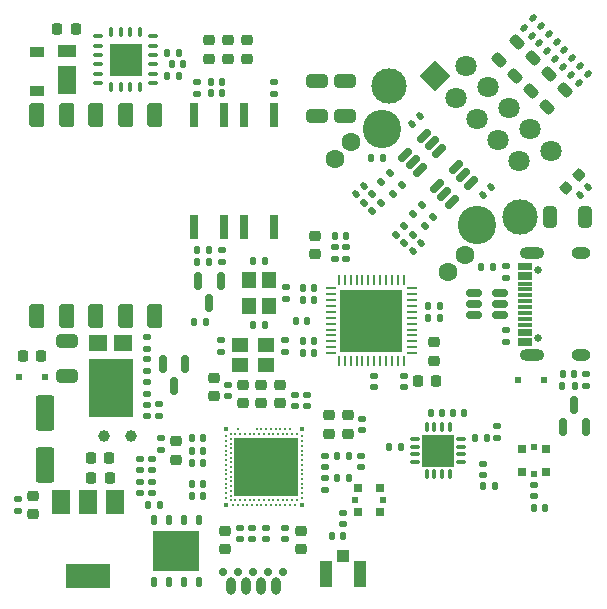
<source format=gbr>
%TF.GenerationSoftware,KiCad,Pcbnew,(6.0.9)*%
%TF.CreationDate,2022-11-20T21:59:21+01:00*%
%TF.ProjectId,repeat-hw,72657065-6174-42d6-9877-2e6b69636164,rev?*%
%TF.SameCoordinates,Original*%
%TF.FileFunction,Soldermask,Top*%
%TF.FilePolarity,Negative*%
%FSLAX46Y46*%
G04 Gerber Fmt 4.6, Leading zero omitted, Abs format (unit mm)*
G04 Created by KiCad (PCBNEW (6.0.9)) date 2022-11-20 21:59:21*
%MOMM*%
%LPD*%
G01*
G04 APERTURE LIST*
G04 Aperture macros list*
%AMRoundRect*
0 Rectangle with rounded corners*
0 $1 Rounding radius*
0 $2 $3 $4 $5 $6 $7 $8 $9 X,Y pos of 4 corners*
0 Add a 4 corners polygon primitive as box body*
4,1,4,$2,$3,$4,$5,$6,$7,$8,$9,$2,$3,0*
0 Add four circle primitives for the rounded corners*
1,1,$1+$1,$2,$3*
1,1,$1+$1,$4,$5*
1,1,$1+$1,$6,$7*
1,1,$1+$1,$8,$9*
0 Add four rect primitives between the rounded corners*
20,1,$1+$1,$2,$3,$4,$5,0*
20,1,$1+$1,$4,$5,$6,$7,0*
20,1,$1+$1,$6,$7,$8,$9,0*
20,1,$1+$1,$8,$9,$2,$3,0*%
%AMRotRect*
0 Rectangle, with rotation*
0 The origin of the aperture is its center*
0 $1 length*
0 $2 width*
0 $3 Rotation angle, in degrees counterclockwise*
0 Add horizontal line*
21,1,$1,$2,0,0,$3*%
G04 Aperture macros list end*
%ADD10C,1.000000*%
%ADD11RoundRect,0.225000X0.250000X-0.225000X0.250000X0.225000X-0.250000X0.225000X-0.250000X-0.225000X0*%
%ADD12RoundRect,0.135000X0.185000X-0.135000X0.185000X0.135000X-0.185000X0.135000X-0.185000X-0.135000X0*%
%ADD13R,1.500000X2.400000*%
%ADD14R,1.500000X1.050000*%
%ADD15RoundRect,0.135000X0.035355X-0.226274X0.226274X-0.035355X-0.035355X0.226274X-0.226274X0.035355X0*%
%ADD16RoundRect,0.140000X-0.219203X-0.021213X-0.021213X-0.219203X0.219203X0.021213X0.021213X0.219203X0*%
%ADD17RoundRect,0.140000X0.140000X0.170000X-0.140000X0.170000X-0.140000X-0.170000X0.140000X-0.170000X0*%
%ADD18RoundRect,0.135000X-0.035355X0.226274X-0.226274X0.035355X0.035355X-0.226274X0.226274X-0.035355X0*%
%ADD19RoundRect,0.150000X-0.256326X-0.468458X0.468458X0.256326X0.256326X0.468458X-0.468458X-0.256326X0*%
%ADD20RoundRect,0.218750X-0.114905X0.424264X-0.424264X0.114905X0.114905X-0.424264X0.424264X-0.114905X0*%
%ADD21RoundRect,0.140000X-0.170000X0.140000X-0.170000X-0.140000X0.170000X-0.140000X0.170000X0.140000X0*%
%ADD22RoundRect,0.140000X-0.140000X-0.170000X0.140000X-0.170000X0.140000X0.170000X-0.140000X0.170000X0*%
%ADD23RoundRect,0.135000X-0.135000X-0.185000X0.135000X-0.185000X0.135000X0.185000X-0.135000X0.185000X0*%
%ADD24RoundRect,0.225000X-0.250000X0.225000X-0.250000X-0.225000X0.250000X-0.225000X0.250000X0.225000X0*%
%ADD25RoundRect,0.250000X0.650000X-0.325000X0.650000X0.325000X-0.650000X0.325000X-0.650000X-0.325000X0*%
%ADD26RoundRect,0.225000X-0.225000X-0.250000X0.225000X-0.250000X0.225000X0.250000X-0.225000X0.250000X0*%
%ADD27RoundRect,0.140000X0.170000X-0.140000X0.170000X0.140000X-0.170000X0.140000X-0.170000X-0.140000X0*%
%ADD28R,1.200000X0.900000*%
%ADD29C,0.400000*%
%ADD30C,0.200000*%
%ADD31R,5.400000X5.000000*%
%ADD32R,0.640000X2.000000*%
%ADD33RoundRect,0.135000X-0.185000X0.135000X-0.185000X-0.135000X0.185000X-0.135000X0.185000X0.135000X0*%
%ADD34RoundRect,0.150000X-0.150000X0.587500X-0.150000X-0.587500X0.150000X-0.587500X0.150000X0.587500X0*%
%ADD35RoundRect,0.140000X0.219203X0.021213X0.021213X0.219203X-0.219203X-0.021213X-0.021213X-0.219203X0*%
%ADD36R,0.500000X0.500000*%
%ADD37C,0.650000*%
%ADD38R,1.150000X0.300000*%
%ADD39O,2.100000X1.000000*%
%ADD40O,1.600000X1.000000*%
%ADD41RoundRect,0.062500X-0.062500X0.337500X-0.062500X-0.337500X0.062500X-0.337500X0.062500X0.337500X0*%
%ADD42RoundRect,0.062500X-0.337500X0.062500X-0.337500X-0.062500X0.337500X-0.062500X0.337500X0.062500X0*%
%ADD43R,5.300000X5.300000*%
%ADD44RoundRect,0.218750X0.256250X-0.218750X0.256250X0.218750X-0.256250X0.218750X-0.256250X-0.218750X0*%
%ADD45O,0.300000X0.950000*%
%ADD46O,0.950000X0.300000*%
%ADD47R,2.750000X2.750000*%
%ADD48C,0.700000*%
%ADD49O,0.800000X1.500000*%
%ADD50RoundRect,0.250000X-0.550000X1.250000X-0.550000X-1.250000X0.550000X-1.250000X0.550000X1.250000X0*%
%ADD51RoundRect,0.135000X0.135000X0.185000X-0.135000X0.185000X-0.135000X-0.185000X0.135000X-0.185000X0*%
%ADD52R,1.000000X1.050000*%
%ADD53R,1.050000X2.200000*%
%ADD54RoundRect,0.225000X0.017678X-0.335876X0.335876X-0.017678X-0.017678X0.335876X-0.335876X0.017678X0*%
%ADD55RoundRect,0.250000X0.325000X0.650000X-0.325000X0.650000X-0.325000X-0.650000X0.325000X-0.650000X0*%
%ADD56RoundRect,0.125000X0.125000X-0.262500X0.125000X0.262500X-0.125000X0.262500X-0.125000X-0.262500X0*%
%ADD57R,4.000000X3.400000*%
%ADD58RoundRect,0.127000X-0.508000X0.888000X-0.508000X-0.888000X0.508000X-0.888000X0.508000X0.888000X0*%
%ADD59RoundRect,0.140000X-0.021213X0.219203X-0.219203X0.021213X0.021213X-0.219203X0.219203X-0.021213X0*%
%ADD60R,1.400000X1.200000*%
%ADD61R,1.500000X2.000000*%
%ADD62R,3.800000X2.000000*%
%ADD63R,1.600000X1.440000*%
%ADD64R,3.800000X4.960000*%
%ADD65RoundRect,0.150000X0.150000X-0.587500X0.150000X0.587500X-0.150000X0.587500X-0.150000X-0.587500X0*%
%ADD66R,1.200000X1.400000*%
%ADD67R,0.580000X0.500000*%
%ADD68R,0.800000X0.750000*%
%ADD69RoundRect,0.150000X-0.512500X-0.150000X0.512500X-0.150000X0.512500X0.150000X-0.512500X0.150000X0*%
%ADD70R,0.500000X0.580000*%
%ADD71R,0.750000X0.800000*%
%ADD72RoundRect,0.075000X0.337500X0.075000X-0.337500X0.075000X-0.337500X-0.075000X0.337500X-0.075000X0*%
%ADD73RoundRect,0.075000X0.075000X0.337500X-0.075000X0.337500X-0.075000X-0.337500X0.075000X-0.337500X0*%
%ADD74R,2.700000X2.700000*%
%ADD75RoundRect,0.140000X0.021213X-0.219203X0.219203X-0.021213X-0.021213X0.219203X-0.219203X0.021213X0*%
%ADD76C,3.250000*%
%ADD77RotRect,1.800000X1.800000X135.000000*%
%ADD78C,1.800000*%
%ADD79C,1.600000*%
%ADD80C,3.000000*%
G04 APERTURE END LIST*
D10*
%TO.C,TP4*%
X139000000Y-115750000D03*
%TD*%
%TO.C,TP3*%
X141250000Y-115750000D03*
%TD*%
D11*
%TO.C,C46*%
X156800000Y-100375000D03*
X156800000Y-98825000D03*
%TD*%
D12*
%TO.C,R21*%
X142600000Y-112210000D03*
X142600000Y-111190000D03*
%TD*%
D13*
%TO.C,D6*%
X135800000Y-85580000D03*
D14*
X135800000Y-83205000D03*
%TD*%
D12*
%TO.C,R8*%
X143650000Y-114060000D03*
X143650000Y-113040000D03*
%TD*%
D15*
%TO.C,R18*%
X160971466Y-96021427D03*
X161692714Y-95300179D03*
%TD*%
D16*
%TO.C,C49*%
X178523940Y-85214752D03*
X179202762Y-85893574D03*
%TD*%
D17*
%TO.C,C25*%
X152580000Y-106360000D03*
X151620000Y-106360000D03*
%TD*%
D18*
%TO.C,R29*%
X165877638Y-96232412D03*
X165156390Y-96953660D03*
%TD*%
D19*
%TO.C,U11*%
X167123915Y-94632583D03*
X167795666Y-95304334D03*
X168467417Y-95976085D03*
X170076085Y-94367417D03*
X169404334Y-93695666D03*
X168732583Y-93023915D03*
%TD*%
D20*
%TO.C,FB4*%
X175301301Y-83742202D03*
X173798699Y-85244804D03*
%TD*%
D21*
%TO.C,C17*%
X150500000Y-123520000D03*
X150500000Y-124480000D03*
%TD*%
D22*
%TO.C,C81*%
X142720000Y-121600000D03*
X143680000Y-121600000D03*
%TD*%
D23*
%TO.C,R25*%
X161590000Y-92200000D03*
X162610000Y-92200000D03*
%TD*%
D24*
%TO.C,C57*%
X133000000Y-120825000D03*
X133000000Y-122375000D03*
%TD*%
D23*
%TO.C,R10*%
X146620000Y-106100000D03*
X147640000Y-106100000D03*
%TD*%
D11*
%TO.C,C33*%
X149460000Y-83815000D03*
X149460000Y-82265000D03*
%TD*%
D25*
%TO.C,C27*%
X135800000Y-110695000D03*
X135800000Y-107745000D03*
%TD*%
D26*
%TO.C,C70*%
X137875000Y-117600000D03*
X139425000Y-117600000D03*
%TD*%
D17*
%TO.C,C22*%
X147380000Y-119800000D03*
X146420000Y-119800000D03*
%TD*%
D27*
%TO.C,C83*%
X156150000Y-113230000D03*
X156150000Y-112270000D03*
%TD*%
D17*
%TO.C,C15*%
X147380000Y-115925000D03*
X146420000Y-115925000D03*
%TD*%
D28*
%TO.C,D5*%
X133300000Y-86530000D03*
X133300000Y-83230000D03*
%TD*%
D21*
%TO.C,C20*%
X152700000Y-123520000D03*
X152700000Y-124480000D03*
%TD*%
D15*
%TO.C,R19*%
X164378573Y-99428533D03*
X165099821Y-98707285D03*
%TD*%
D29*
%TO.C,U1*%
X155700000Y-121600000D03*
X155700000Y-115200000D03*
X149300000Y-121600000D03*
X149300000Y-115200000D03*
D30*
X150300000Y-115200000D03*
X151900000Y-115200000D03*
X152300000Y-115200000D03*
X152700000Y-115200000D03*
X153100000Y-115200000D03*
X153500000Y-115200000D03*
X153900000Y-115200000D03*
X154300000Y-115200000D03*
X154700000Y-115200000D03*
X149300000Y-119400000D03*
X155700000Y-119400000D03*
X149700000Y-119600000D03*
X149300000Y-119800000D03*
X155700000Y-119800000D03*
X149700000Y-120000000D03*
X149300000Y-120200000D03*
X155700000Y-120200000D03*
X149700000Y-120400000D03*
X149300000Y-120600000D03*
X155700000Y-120600000D03*
X149700000Y-120800000D03*
X149300000Y-121000000D03*
X155700000Y-121000000D03*
X149700000Y-121200000D03*
X150100000Y-121200000D03*
X150500000Y-121200000D03*
X150900000Y-121200000D03*
X151300000Y-121200000D03*
X151700000Y-121200000D03*
X152100000Y-121200000D03*
X152500000Y-121200000D03*
X152900000Y-121200000D03*
X153300000Y-121200000D03*
X153700000Y-121200000D03*
X154100000Y-121200000D03*
X154500000Y-121200000D03*
X154900000Y-121200000D03*
X155300000Y-121200000D03*
X149900000Y-121600000D03*
X150300000Y-121600000D03*
X150700000Y-121600000D03*
X151100000Y-121600000D03*
X151500000Y-121600000D03*
X151900000Y-121600000D03*
X152300000Y-121600000D03*
X152700000Y-121600000D03*
X153100000Y-121600000D03*
X153500000Y-121600000D03*
X153900000Y-121600000D03*
X154300000Y-121600000D03*
X154700000Y-121600000D03*
X155100000Y-121600000D03*
X149700000Y-115600000D03*
X150100000Y-115600000D03*
X150500000Y-115600000D03*
X150900000Y-115600000D03*
X151300000Y-115600000D03*
X151700000Y-115600000D03*
X152100000Y-115600000D03*
X152500000Y-115600000D03*
X152900000Y-115600000D03*
X153300000Y-115600000D03*
X153700000Y-115600000D03*
X154100000Y-115600000D03*
X154500000Y-115600000D03*
X154900000Y-115600000D03*
X155300000Y-115600000D03*
X149300000Y-115800000D03*
X155700000Y-115800000D03*
X149700000Y-116000000D03*
X149300000Y-116200000D03*
X155700000Y-116200000D03*
D31*
X152700000Y-118400000D03*
D30*
X149700000Y-116400000D03*
X149300000Y-116600000D03*
X155700000Y-116600000D03*
X149700000Y-116800000D03*
X149300000Y-117000000D03*
X155700000Y-117000000D03*
X149700000Y-117200000D03*
X149300000Y-117400000D03*
X155700000Y-117400000D03*
X149700000Y-117600000D03*
X149300000Y-117800000D03*
X155700000Y-117800000D03*
X149700000Y-118000000D03*
X149300000Y-118200000D03*
X155700000Y-118200000D03*
X149700000Y-118400000D03*
X149300000Y-118600000D03*
X155700000Y-118600000D03*
X149700000Y-118800000D03*
X149300000Y-119000000D03*
X155700000Y-119000000D03*
X149700000Y-119200000D03*
%TD*%
D32*
%TO.C,U5*%
X146630000Y-98090000D03*
X149170000Y-98090000D03*
X149170000Y-88590000D03*
X146630000Y-88590000D03*
%TD*%
D15*
%TO.C,R20*%
X163671466Y-98721427D03*
X164392714Y-98000179D03*
%TD*%
D17*
%TO.C,L2*%
X159680000Y-117420000D03*
X158720000Y-117420000D03*
%TD*%
D27*
%TO.C,C9*%
X148900000Y-108630000D03*
X148900000Y-107670000D03*
%TD*%
D21*
%TO.C,C2*%
X142600000Y-113110000D03*
X142600000Y-114070000D03*
%TD*%
D27*
%TO.C,C8*%
X155150000Y-113230000D03*
X155150000Y-112270000D03*
%TD*%
D21*
%TO.C,C7*%
X131700000Y-121120000D03*
X131700000Y-122080000D03*
%TD*%
D26*
%TO.C,C32*%
X135025000Y-81300000D03*
X136575000Y-81300000D03*
%TD*%
D22*
%TO.C,C36*%
X147990000Y-85750000D03*
X148950000Y-85750000D03*
%TD*%
D27*
%TO.C,C84*%
X149500000Y-112380000D03*
X149500000Y-111420000D03*
%TD*%
D16*
%TO.C,C50*%
X177958255Y-83093432D03*
X178637077Y-83772254D03*
%TD*%
D17*
%TO.C,C23*%
X178780000Y-110500000D03*
X177820000Y-110500000D03*
%TD*%
D26*
%TO.C,C58*%
X137897500Y-119300000D03*
X139447500Y-119300000D03*
%TD*%
D33*
%TO.C,R7*%
X154340000Y-103150000D03*
X154340000Y-104170000D03*
%TD*%
D34*
%TO.C,D4*%
X145850000Y-109662500D03*
X143950000Y-109662500D03*
X144900000Y-111537500D03*
%TD*%
D17*
%TO.C,C67*%
X167587500Y-113820000D03*
X166627500Y-113820000D03*
%TD*%
D21*
%TO.C,C80*%
X143000000Y-119620000D03*
X143000000Y-120580000D03*
%TD*%
%TO.C,C21*%
X154300000Y-123520000D03*
X154300000Y-124480000D03*
%TD*%
D11*
%TO.C,C3*%
X148250000Y-112375000D03*
X148250000Y-110825000D03*
%TD*%
D27*
%TO.C,C65*%
X172262500Y-115900000D03*
X172262500Y-114940000D03*
%TD*%
%TO.C,L7*%
X171100000Y-119080000D03*
X171100000Y-118120000D03*
%TD*%
D22*
%TO.C,FB2*%
X155220000Y-106000000D03*
X156180000Y-106000000D03*
%TD*%
D35*
%TO.C,C54*%
X177293574Y-82428751D03*
X176614752Y-81749929D03*
%TD*%
D12*
%TO.C,R27*%
X142600000Y-108360000D03*
X142600000Y-107340000D03*
%TD*%
D25*
%TO.C,C28*%
X157000000Y-88675000D03*
X157000000Y-85725000D03*
%TD*%
D24*
%TO.C,C52*%
X166900000Y-107825000D03*
X166900000Y-109375000D03*
%TD*%
D11*
%TO.C,C14*%
X150750000Y-112975000D03*
X150750000Y-111425000D03*
%TD*%
D35*
%TO.C,C45*%
X175172254Y-81863066D03*
X174493432Y-81184244D03*
%TD*%
D12*
%TO.C,R14*%
X146850000Y-86770000D03*
X146850000Y-85750000D03*
%TD*%
D17*
%TO.C,L8*%
X171362500Y-115900000D03*
X170402500Y-115900000D03*
%TD*%
D22*
%TO.C,FB1*%
X166420000Y-105800000D03*
X167380000Y-105800000D03*
%TD*%
D36*
%TO.C,D3*%
X174035000Y-111020000D03*
X176235000Y-111020000D03*
%TD*%
D37*
%TO.C,J1*%
X175680000Y-107490000D03*
X175680000Y-101710000D03*
D38*
X174615000Y-107950000D03*
X174615000Y-107150000D03*
X174615000Y-105850000D03*
X174615000Y-104850000D03*
X174615000Y-104350000D03*
X174615000Y-103350000D03*
X174615000Y-102050000D03*
X174615000Y-101250000D03*
X174615000Y-101550000D03*
X174615000Y-102350000D03*
X174615000Y-102850000D03*
X174615000Y-103850000D03*
X174615000Y-105350000D03*
X174615000Y-106350000D03*
X174615000Y-106850000D03*
X174615000Y-107650000D03*
D39*
X175180000Y-108920000D03*
D40*
X179360000Y-100280000D03*
X179360000Y-108920000D03*
D39*
X175180000Y-100280000D03*
%TD*%
D17*
%TO.C,C53*%
X156780000Y-104250000D03*
X155820000Y-104250000D03*
%TD*%
D12*
%TO.C,R6*%
X173000000Y-102410000D03*
X173000000Y-101390000D03*
%TD*%
D18*
%TO.C,R24*%
X166867588Y-97222361D03*
X166146340Y-97943609D03*
%TD*%
D41*
%TO.C,U3*%
X164350000Y-102550000D03*
X163850000Y-102550000D03*
X163350000Y-102550000D03*
X162850000Y-102550000D03*
X162350000Y-102550000D03*
X161850000Y-102550000D03*
X161350000Y-102550000D03*
X160850000Y-102550000D03*
X160350000Y-102550000D03*
X159850000Y-102550000D03*
X159350000Y-102550000D03*
X158850000Y-102550000D03*
D42*
X158150000Y-103250000D03*
X158150000Y-103750000D03*
X158150000Y-104250000D03*
X158150000Y-104750000D03*
X158150000Y-105250000D03*
X158150000Y-105750000D03*
X158150000Y-106250000D03*
X158150000Y-106750000D03*
X158150000Y-107250000D03*
X158150000Y-107750000D03*
X158150000Y-108250000D03*
X158150000Y-108750000D03*
D41*
X158850000Y-109450000D03*
X159350000Y-109450000D03*
X159850000Y-109450000D03*
X160350000Y-109450000D03*
X160850000Y-109450000D03*
X161350000Y-109450000D03*
X161850000Y-109450000D03*
X162350000Y-109450000D03*
X162850000Y-109450000D03*
X163350000Y-109450000D03*
X163850000Y-109450000D03*
X164350000Y-109450000D03*
D42*
X165050000Y-108750000D03*
X165050000Y-108250000D03*
X165050000Y-107750000D03*
X165050000Y-107250000D03*
X165050000Y-106750000D03*
X165050000Y-106250000D03*
X165050000Y-105750000D03*
X165050000Y-105250000D03*
X165050000Y-104750000D03*
X165050000Y-104250000D03*
X165050000Y-103750000D03*
X165050000Y-103250000D03*
D43*
X161600000Y-106000000D03*
%TD*%
D17*
%TO.C,C43*%
X156780000Y-108750000D03*
X155820000Y-108750000D03*
%TD*%
D12*
%TO.C,R12*%
X159500000Y-100810000D03*
X159500000Y-99790000D03*
%TD*%
D36*
%TO.C,D2*%
X134000000Y-110800000D03*
X131800000Y-110800000D03*
%TD*%
D44*
%TO.C,L1*%
X158000000Y-115587500D03*
X158000000Y-114012500D03*
%TD*%
D45*
%TO.C,U6*%
X139600000Y-86250000D03*
X140400000Y-86250000D03*
X141200000Y-86250000D03*
X142000000Y-86250000D03*
D46*
X143150000Y-85900000D03*
X143150000Y-85100000D03*
X143150000Y-84300000D03*
X143150000Y-83500000D03*
X143150000Y-82700000D03*
X143150000Y-81900000D03*
D45*
X142000000Y-81550000D03*
X141200000Y-81550000D03*
X140400000Y-81550000D03*
X139600000Y-81550000D03*
D46*
X138450000Y-81900000D03*
X138450000Y-82700000D03*
X138450000Y-83500000D03*
X138450000Y-84300000D03*
X138450000Y-85100000D03*
X138450000Y-85900000D03*
D47*
X140800000Y-83900000D03*
%TD*%
D12*
%TO.C,R1*%
X143800000Y-116960000D03*
X143800000Y-115940000D03*
%TD*%
D48*
%TO.C,J4*%
X150330000Y-127274500D03*
X149060000Y-127274500D03*
X154140000Y-127274500D03*
X152870000Y-127274500D03*
X151600000Y-127274500D03*
D49*
X153505000Y-128429500D03*
X152235000Y-128429500D03*
X150965000Y-128429500D03*
X149695000Y-128429500D03*
%TD*%
D17*
%TO.C,C40*%
X156780000Y-107750000D03*
X155820000Y-107750000D03*
%TD*%
D24*
%TO.C,C72*%
X155650000Y-123775000D03*
X155650000Y-125325000D03*
%TD*%
D22*
%TO.C,C34*%
X147990000Y-86750000D03*
X148950000Y-86750000D03*
%TD*%
D50*
%TO.C,C26*%
X134000000Y-113800000D03*
X134000000Y-118200000D03*
%TD*%
D21*
%TO.C,C13*%
X157700000Y-117420000D03*
X157700000Y-118380000D03*
%TD*%
D51*
%TO.C,R15*%
X145360000Y-85300000D03*
X144340000Y-85300000D03*
%TD*%
D22*
%TO.C,C38*%
X166420000Y-104750000D03*
X167380000Y-104750000D03*
%TD*%
D24*
%TO.C,C71*%
X149200000Y-123795000D03*
X149200000Y-125345000D03*
%TD*%
D27*
%TO.C,C11*%
X160850000Y-115280000D03*
X160850000Y-114320000D03*
%TD*%
D23*
%TO.C,R3*%
X177790000Y-111500000D03*
X178810000Y-111500000D03*
%TD*%
D20*
%TO.C,FB5*%
X176644804Y-85085705D03*
X175142202Y-86588307D03*
%TD*%
D17*
%TO.C,C37*%
X145680000Y-84300000D03*
X144720000Y-84300000D03*
%TD*%
D52*
%TO.C,J3*%
X159200000Y-125900000D03*
D53*
X160675000Y-127425000D03*
X157725000Y-127425000D03*
%TD*%
D26*
%TO.C,L4*%
X132125000Y-109000000D03*
X133675000Y-109000000D03*
%TD*%
D24*
%TO.C,C1*%
X145100000Y-116225000D03*
X145100000Y-117775000D03*
%TD*%
D21*
%TO.C,C79*%
X142000000Y-117720000D03*
X142000000Y-118680000D03*
%TD*%
D54*
%TO.C,C59*%
X178051992Y-94748008D03*
X179148008Y-93651992D03*
%TD*%
D55*
%TO.C,C61*%
X179675000Y-97236789D03*
X176725000Y-97236789D03*
%TD*%
D27*
%TO.C,L6*%
X159200000Y-123230000D03*
X159200000Y-122270000D03*
%TD*%
D33*
%TO.C,R13*%
X158500000Y-99790000D03*
X158500000Y-100810000D03*
%TD*%
D25*
%TO.C,C29*%
X159350000Y-88675000D03*
X159350000Y-85725000D03*
%TD*%
D56*
%TO.C,U12*%
X143195000Y-128162500D03*
X144465000Y-128162500D03*
X145735000Y-128162500D03*
X147005000Y-128162500D03*
X147005000Y-122837500D03*
X145735000Y-122837500D03*
X144465000Y-122837500D03*
X143195000Y-122837500D03*
D57*
X145100000Y-125500000D03*
%TD*%
D21*
%TO.C,C41*%
X164350000Y-110651151D03*
X164350000Y-111611151D03*
%TD*%
D58*
%TO.C,T1*%
X133300000Y-88600000D03*
X135800000Y-88600000D03*
X138300000Y-88600000D03*
X140800000Y-88600000D03*
X143300000Y-88575000D03*
X143300000Y-105625000D03*
X140800000Y-105600000D03*
X138300000Y-105600000D03*
X135800000Y-105600000D03*
X133300000Y-105600000D03*
%TD*%
D44*
%TO.C,L3*%
X153850000Y-112987500D03*
X153850000Y-111412500D03*
%TD*%
D26*
%TO.C,C47*%
X165525000Y-111100000D03*
X167075000Y-111100000D03*
%TD*%
D27*
%TO.C,C69*%
X142600000Y-110230000D03*
X142600000Y-109270000D03*
%TD*%
D11*
%TO.C,C31*%
X147860000Y-83815000D03*
X147860000Y-82265000D03*
%TD*%
D17*
%TO.C,C42*%
X156780000Y-103250000D03*
X155820000Y-103250000D03*
%TD*%
D21*
%TO.C,C39*%
X161850000Y-110642283D03*
X161850000Y-111602283D03*
%TD*%
D17*
%TO.C,C68*%
X164080000Y-116675000D03*
X163120000Y-116675000D03*
%TD*%
D59*
%TO.C,C73*%
X160957837Y-94607727D03*
X160279015Y-95286549D03*
%TD*%
D60*
%TO.C,Y1*%
X150500000Y-109750000D03*
X152700000Y-109750000D03*
X152700000Y-108050000D03*
X150500000Y-108050000D03*
%TD*%
D19*
%TO.C,U10*%
X164423915Y-91932583D03*
X165095666Y-92604334D03*
X165767417Y-93276085D03*
X167376085Y-91667417D03*
X166704334Y-90995666D03*
X166032583Y-90323915D03*
%TD*%
D22*
%TO.C,C24*%
X151620000Y-100960000D03*
X152580000Y-100960000D03*
%TD*%
D59*
%TO.C,C74*%
X165785715Y-99435605D03*
X165106893Y-100114427D03*
%TD*%
D16*
%TO.C,C55*%
X175836935Y-82527747D03*
X176515757Y-83206569D03*
%TD*%
D35*
%TO.C,C51*%
X177859259Y-84550071D03*
X177180437Y-83871249D03*
%TD*%
D20*
%TO.C,FB6*%
X177988307Y-86429208D03*
X176485705Y-87931810D03*
%TD*%
D23*
%TO.C,R16*%
X144340000Y-83300000D03*
X145360000Y-83300000D03*
%TD*%
D11*
%TO.C,C12*%
X152300000Y-112975000D03*
X152300000Y-111425000D03*
%TD*%
D61*
%TO.C,U9*%
X139900000Y-121350000D03*
D62*
X137600000Y-127650000D03*
D61*
X137600000Y-121350000D03*
X135300000Y-121350000D03*
%TD*%
D21*
%TO.C,C78*%
X142000000Y-119620000D03*
X142000000Y-120580000D03*
%TD*%
D23*
%TO.C,R26*%
X170928016Y-101454277D03*
X171948016Y-101454277D03*
%TD*%
D63*
%TO.C,D7*%
X140621000Y-107890000D03*
X138491000Y-107890000D03*
D64*
X139556000Y-111690000D03*
%TD*%
D21*
%TO.C,C4*%
X154300000Y-107670000D03*
X154300000Y-108630000D03*
%TD*%
%TO.C,C77*%
X143000000Y-117720000D03*
X143000000Y-118680000D03*
%TD*%
D12*
%TO.C,R28*%
X153370000Y-86790000D03*
X153370000Y-85770000D03*
%TD*%
D59*
%TO.C,C75*%
X165739411Y-88660589D03*
X165060589Y-89339411D03*
%TD*%
D21*
%TO.C,C5*%
X160700000Y-117420000D03*
X160700000Y-118380000D03*
%TD*%
D65*
%TO.C,D1*%
X177850000Y-115037500D03*
X179750000Y-115037500D03*
X178800000Y-113162500D03*
%TD*%
D17*
%TO.C,C56*%
X159480000Y-98800000D03*
X158520000Y-98800000D03*
%TD*%
D12*
%TO.C,R2*%
X157700000Y-120310000D03*
X157700000Y-119290000D03*
%TD*%
D35*
%TO.C,C48*%
X179980580Y-85115757D03*
X179301758Y-84436935D03*
%TD*%
D32*
%TO.C,U8*%
X153370000Y-88590000D03*
X150830000Y-88590000D03*
X150830000Y-98090000D03*
X153370000Y-98090000D03*
%TD*%
D12*
%TO.C,R4*%
X179800000Y-111510000D03*
X179800000Y-110490000D03*
%TD*%
D33*
%TO.C,R11*%
X148950000Y-99990000D03*
X148950000Y-101010000D03*
%TD*%
D22*
%TO.C,C64*%
X171100000Y-120000000D03*
X172060000Y-120000000D03*
%TD*%
%TO.C,C66*%
X168482500Y-113820000D03*
X169442500Y-113820000D03*
%TD*%
D17*
%TO.C,C63*%
X159200000Y-124250000D03*
X158240000Y-124250000D03*
%TD*%
D66*
%TO.C,Y2*%
X152950000Y-104760000D03*
X152950000Y-102560000D03*
X151250000Y-102560000D03*
X151250000Y-104760000D03*
%TD*%
D17*
%TO.C,C19*%
X147380000Y-117000000D03*
X146420000Y-117000000D03*
%TD*%
%TO.C,C82*%
X147380000Y-118050000D03*
X146420000Y-118050000D03*
%TD*%
D15*
%TO.C,R17*%
X161690657Y-96730636D03*
X162411905Y-96009388D03*
%TD*%
D34*
%TO.C,U4*%
X148850000Y-102662500D03*
X146950000Y-102662500D03*
X147900000Y-104537500D03*
%TD*%
D22*
%TO.C,C62*%
X175349999Y-121875001D03*
X176309999Y-121875001D03*
%TD*%
D11*
%TO.C,C6*%
X159600000Y-115575000D03*
X159600000Y-114025000D03*
%TD*%
D67*
%TO.C,TP1*%
X160240000Y-121200000D03*
X162560000Y-121200000D03*
D68*
X162350000Y-122225000D03*
X160450000Y-120175000D03*
X160450000Y-122225000D03*
X162350000Y-120175000D03*
%TD*%
D69*
%TO.C,U2*%
X170262500Y-103650000D03*
X170262500Y-104600000D03*
X170262500Y-105550000D03*
X172537500Y-105550000D03*
X172537500Y-104600000D03*
X172537500Y-103650000D03*
%TD*%
D51*
%TO.C,R9*%
X147870000Y-100000000D03*
X146850000Y-100000000D03*
%TD*%
D16*
%TO.C,C44*%
X175271249Y-80406426D03*
X175950071Y-81085248D03*
%TD*%
D70*
%TO.C,TP2*%
X175350000Y-119007204D03*
X175350000Y-116687204D03*
D71*
X176375000Y-118797204D03*
X176375000Y-116897204D03*
X174325000Y-118797204D03*
X174325000Y-116897204D03*
%TD*%
D22*
%TO.C,C10*%
X158720000Y-119300000D03*
X159680000Y-119300000D03*
%TD*%
D17*
%TO.C,C16*%
X147380000Y-120800000D03*
X146420000Y-120800000D03*
%TD*%
D18*
%TO.C,R22*%
X163177639Y-93532412D03*
X162456391Y-94253660D03*
%TD*%
D20*
%TO.C,FB7*%
X173957798Y-82398699D03*
X172455196Y-83901301D03*
%TD*%
D59*
%TO.C,C76*%
X171739411Y-94660589D03*
X171060589Y-95339411D03*
%TD*%
D72*
%TO.C,U7*%
X169225000Y-117975000D03*
X169225000Y-117325000D03*
X169225000Y-116675000D03*
X169225000Y-116025000D03*
D73*
X168237500Y-115037500D03*
X167587500Y-115037500D03*
X166937500Y-115037500D03*
X166287500Y-115037500D03*
D72*
X165300000Y-116025000D03*
X165300000Y-116675000D03*
X165300000Y-117325000D03*
X165300000Y-117975000D03*
D73*
X166287500Y-118962500D03*
X166937500Y-118962500D03*
X167587500Y-118962500D03*
X168237500Y-118962500D03*
D74*
X167262500Y-117000000D03*
%TD*%
D22*
%TO.C,C30*%
X146880000Y-101000000D03*
X147840000Y-101000000D03*
%TD*%
D33*
%TO.C,R5*%
X173000000Y-106790000D03*
X173000000Y-107810000D03*
%TD*%
D21*
%TO.C,C18*%
X151500000Y-123520000D03*
X151500000Y-124480000D03*
%TD*%
D11*
%TO.C,C35*%
X151060000Y-83815000D03*
X151060000Y-82265000D03*
%TD*%
D27*
%TO.C,L5*%
X175350000Y-120855000D03*
X175350000Y-119895000D03*
%TD*%
D75*
%TO.C,C60*%
X179250539Y-95387940D03*
X179929361Y-94709118D03*
%TD*%
D18*
%TO.C,R23*%
X164167588Y-94522361D03*
X163446340Y-95243609D03*
%TD*%
D76*
%TO.C,J2*%
X162477802Y-89801561D03*
X170560032Y-97883791D03*
D77*
X166964394Y-85307897D03*
D78*
X169658471Y-84409872D03*
X168760445Y-87103948D03*
X171454522Y-86205923D03*
X170556497Y-88900000D03*
X173250574Y-88001974D03*
X172352548Y-90696051D03*
X175046625Y-89798025D03*
X174148599Y-92492102D03*
X176842676Y-91594076D03*
D79*
X169520585Y-100436447D03*
X168085159Y-101871874D03*
X159925146Y-90841008D03*
X158489719Y-92276434D03*
D80*
X174226381Y-97236789D03*
X163124804Y-86135212D03*
%TD*%
D76*
%TO.C,J2*%
X162477802Y-89801561D03*
X170560032Y-97883791D03*
D77*
X166964394Y-85307897D03*
D78*
X169658471Y-84409872D03*
X168760445Y-87103948D03*
X171454522Y-86205923D03*
X170556497Y-88900000D03*
X173250574Y-88001974D03*
X172352548Y-90696051D03*
X175046625Y-89798025D03*
X174148599Y-92492102D03*
X176842676Y-91594076D03*
D79*
X169520585Y-100436447D03*
X168085159Y-101871874D03*
X159925146Y-90841008D03*
X158489719Y-92276434D03*
D80*
X174226381Y-97236789D03*
X163124804Y-86135212D03*
%TD*%
M02*

</source>
